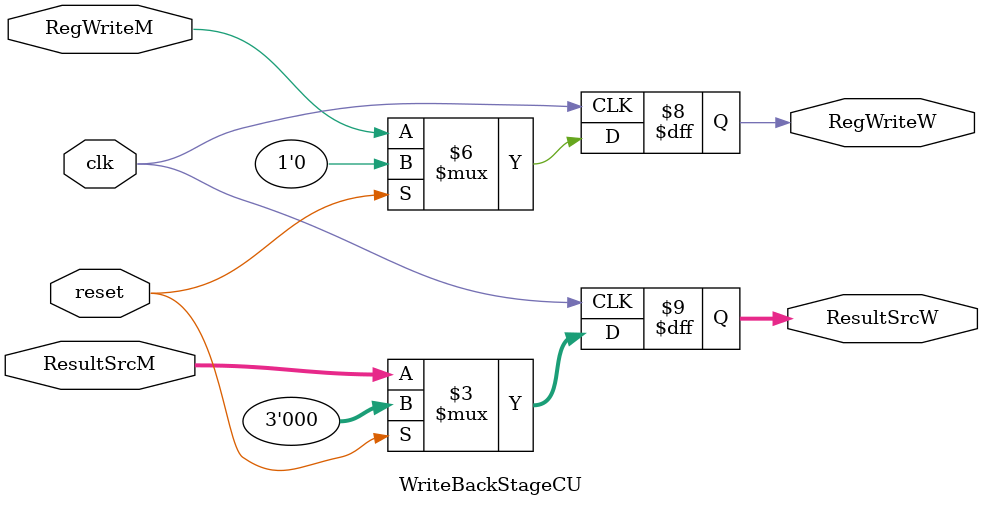
<source format=v>
module WriteBackStageCU(
        clk,
        reset,
        RegWriteM,
        ResultSrcM,
        RegWriteW,
        ResultSrcW
    );
    
    input wire clk;
    input wire reset;
    input wire RegWriteM;
    input wire [2:0] ResultSrcM;
    
    output reg RegWriteW;
    output reg [2:0] ResultSrcW;
    
    always @ (posedge clk) begin //MEMORY -> WRITE
       if(reset) begin
           RegWriteW <= 1'b0;
           ResultSrcW <= 3'b000;
       end else begin
           RegWriteW <= RegWriteM;
           ResultSrcW <= ResultSrcM;
	   end
	end   
	
endmodule
</source>
